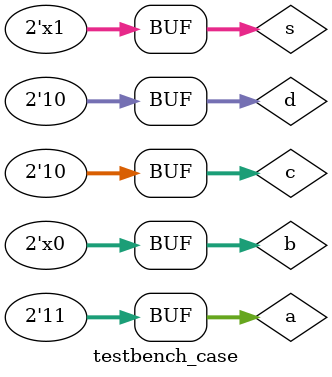
<source format=v>
module testbench_case;

reg [1:0]a;
reg [1:0]b;
reg [1:0]c;
reg [1:0]d;
reg [1:0]s;

wire [1:0]y;
 
 case3 uut(.a(a),.b(b),.c(c),.d(d),.s(s),.y(y));
      initial
       begin
		 
		  s=2'b0x; a=2'b01; b=2'b11; c=2'b1x; d=2'b10; 
		   #10
		  
		  s=2'b01; a=2'bxz; b=2'b01; c=2'b11; d=2'bz0; 
         #10

		  s=2'b0z; a=2'b01; b=2'b1z; c=2'bxx; d=2'bzz; 
         #10

		  s=2'bx1; a=2'b11; b=2'bx0; c=2'b10; d=2'b10; 

       end
      endmodule

</source>
